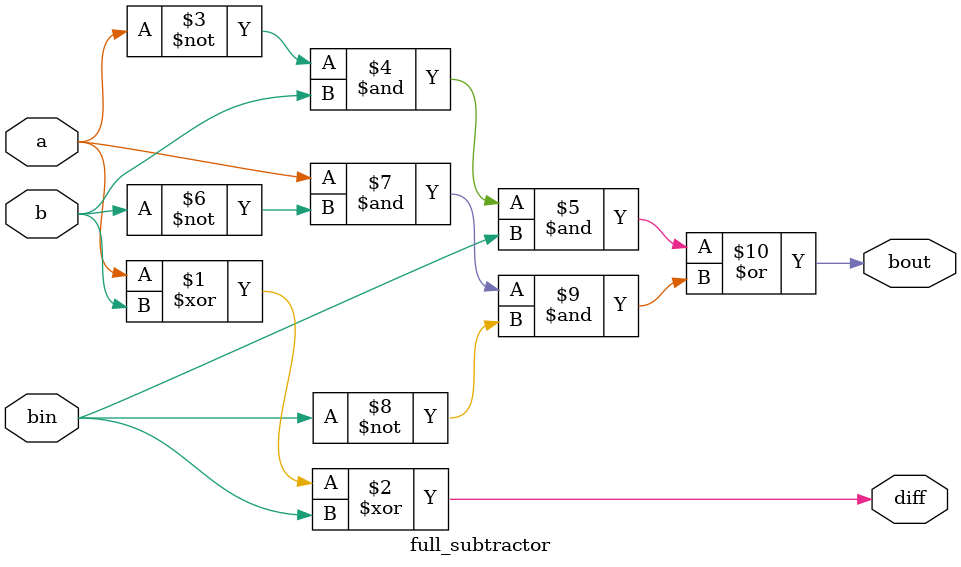
<source format=sv>
module full_subtractor(input a, b, bin, output diff, bout);
    assign diff = a ^ b ^ bin;
    assign bout = (~a & b & bin) | (a & ~b & ~bin);
endmodule

</source>
